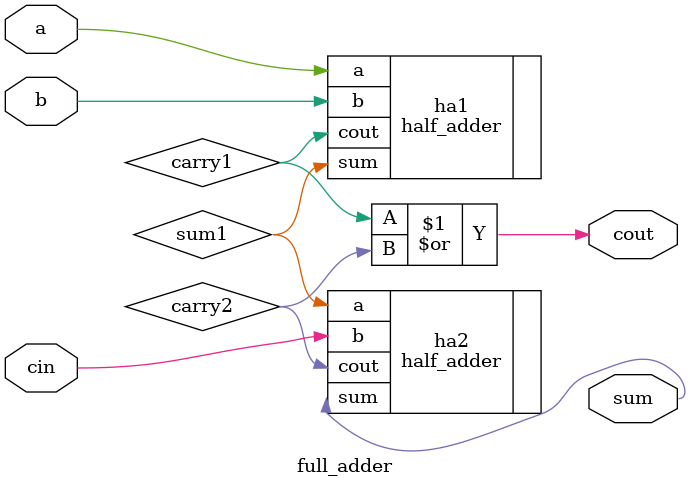
<source format=v>
module full_adder(
input a,
input b,
input cin,
output  sum,
output  cout
);
wire carry1,carry2;
wire sum1;

half_adder ha1( .a(a), .b(b), .sum(sum1), .cout(carry1) );
half_adder ha2( .a(sum1), .b(cin), .sum(sum), .cout(carry2) );

or or1( cout, carry1, carry2 );


endmodule 
</source>
